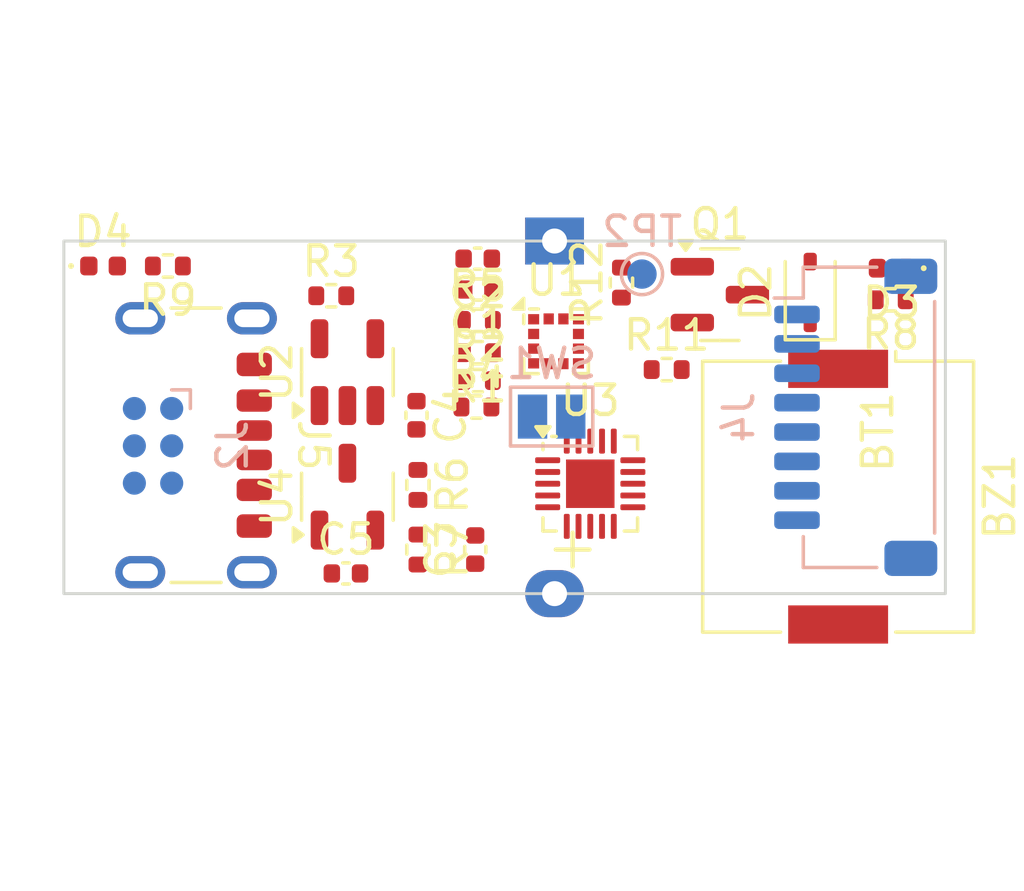
<source format=kicad_pcb>
(kicad_pcb (version 20240108) (generator "pcbnew") (generator_version "8.0")
  (layers (0 "F.Cu" signal) (31 "B.Cu" signal) (34 "B.Paste" user) (35 "F.Paste" user) (36 "B.SilkS" user "B.Silkscreen") (37 "F.SilkS" user "F.Silkscreen") (38 "B.Mask" user) (39 "F.Mask" user) (44 "Edge.Cuts" user))
  (net 0 "")
  (net 1 "VDD")
  (net 2 "GND")
  (net 3 "/BATT+")
  (net 4 "/ACC_POWER")
  (net 5 "VBUS")
  (net 6 "/SDA")
  (net 7 "/SCL")
  (net 8 "/SWDIO")
  (net 9 "/SWCLK")
  (net 10 "/BOOT0")
  (net 11 "/RESET")
  (net 12 "/LED_RED_P")
  (net 13 "/ACC_CS")
  (net 14 "/LED_GREEN_P")
  (net 15 "/LED_BLUE_P")
  (net 16 "/ACC_INT1")
  (net 17 "/ACC_INT2")
  (net 18 "/ACC_ADDR")
  (net 19 "/BLE_INT")
  (net 20 "/BUTTON_1")
  (net 24 "/BATT_VOLTAGE")
  (net 25 "/BATT_CHRG")
  (net 26 "Net-(Q1-B)")
  (net 27 "/BUZZER")
  (net 28 "/BLE_SDA")
  (net 29 "/BLE_SCL")
  (net 30 "/ACC_INT{slash}BUZZER")
  (net 31 "/BUZZER+")
  (net 32 "/BUZZER-")
  (net 33 "/BATT_PROG")
  (net 34 "Net-(D3-K)")
  (net 35 "Net-(D4-A)")
  (footprint "Diode_SMD:D_SOD-323" (layer "F.Cu") (at 125.45 95.8 90)
    (property "Reference" "D2" (at 0 -1.85 90) (layer "F.SilkS"))
    (property "Value" "1N4001")
    (fp_line (start -1.61 -0.85) (end 1.05 -0.85) (stroke (width 0.12)) (layer "F.SilkS"))
    (fp_line (start -1.61 -0.85) (end -1.61 0.85) (stroke (width 0.12)) (layer "F.SilkS"))
    (fp_line (start -1.61 0.85) (end 1.05 0.85) (stroke (width 0.12)) (layer "F.SilkS"))
    (pad "1" smd roundrect (at -1.05 0 90) (size 0.6 0.45) (layers "F.Cu" "F.Paste" "F.Mask") (net 31 "/BUZZER+"))
    (pad "2" smd roundrect (at 1.05 0 90) (size 0.6 0.45) (layers "F.Cu" "F.Paste" "F.Mask") (net 32 "/BUZZER-"))
  )
  (footprint "Buzzer_Beeper:Buzzer_Murata_PKMCS0909E" (layer "F.Cu") (at 126.4 102.75 -90)
    (property "Reference" "BZ1" (at 0 -5.5 -90) (layer "F.SilkS"))
    (property "Value" "Buzzer")
    (fp_line (start -4.61 4.61) (end -4.61 1.96) (stroke (width 0.12)) (layer "F.SilkS"))
    (fp_line (start 4.61 4.61) (end -4.61 4.61) (stroke (width 0.12)) (layer "F.SilkS"))
    (fp_line (start 4.61 1.96) (end 4.61 4.61) (stroke (width 0.12)) (layer "F.SilkS"))
    (fp_line (start -4.61 -1.96) (end -4.94 -1.96) (stroke (width 0.12)) (layer "F.SilkS"))
    (fp_line (start -4.61 -1.96) (end -4.61 -4.61) (stroke (width 0.12)) (layer "F.SilkS"))
    (fp_line (start -4.61 -4.61) (end 4.61 -4.61) (stroke (width 0.12)) (layer "F.SilkS"))
    (fp_line (start 4.61 -4.61) (end 4.61 -1.96) (stroke (width 0.12)) (layer "F.SilkS"))
    (pad "1" smd rect (at -4.35 0 270) (size 1.3 3.4) (layers "F.Cu" "F.Paste" "F.Mask") (net 31 "/BUZZER+"))
    (pad "2" smd rect (at 4.35 0 270) (size 1.3 3.4) (layers "F.Cu" "F.Paste" "F.Mask") (net 32 "/BUZZER-"))
  )
  (footprint "Capacitor_SMD:C_0402_1005Metric" (layer "F.Cu") (at 109.65 105.3625)
    (property "Reference" "C5" (at 0 -1.16 0) (layer "F.SilkS"))
    (property "Value" "1uF 10V")
    (fp_line (start -0.107836 -0.36) (end 0.107836 -0.36) (stroke (width 0.12)) (layer "F.SilkS"))
    (fp_line (start -0.107836 0.36) (end 0.107836 0.36) (stroke (width 0.12)) (layer "F.SilkS"))
    (pad "1" smd roundrect (at -0.48 0) (size 0.56 0.62) (layers "F.Cu" "F.Paste" "F.Mask") (net 2 "GND"))
    (pad "2" smd roundrect (at 0.48 0) (size 0.56 0.62) (layers "F.Cu" "F.Paste" "F.Mask") (net 1 "VDD"))
  )
  (footprint "Capacitor_SMD:C_0402_1005Metric" (layer "F.Cu") (at 114.05 104.55 90)
    (property "Reference" "C3" (at 0 -1.16 90) (layer "F.SilkS"))
    (property "Value" "1uF 10V")
    (fp_line (start -0.107836 -0.36) (end 0.107836 -0.36) (stroke (width 0.12)) (layer "F.SilkS"))
    (fp_line (start -0.107836 0.36) (end 0.107836 0.36) (stroke (width 0.12)) (layer "F.SilkS"))
    (pad "1" smd roundrect (at -0.48 0 90) (size 0.56 0.62) (layers "F.Cu" "F.Paste" "F.Mask") (net 2 "GND"))
    (pad "2" smd roundrect (at 0.48 0 90) (size 0.56 0.62) (layers "F.Cu" "F.Paste" "F.Mask") (net 1 "VDD"))
  )
  (footprint "Resistor_SMD:R_0402_1005Metric" (layer "F.Cu") (at 119.025 95.465 90)
    (property "Reference" "R12" (at 0 -1.17 90) (layer "F.SilkS"))
    (property "Value" "33R")
    (fp_line (start -0.153641 -0.38) (end 0.153641 -0.38) (stroke (width 0.12)) (layer "F.SilkS"))
    (fp_line (start -0.153641 0.38) (end 0.153641 0.38) (stroke (width 0.12)) (layer "F.SilkS"))
    (pad "1" smd roundrect (at -0.51 0 90) (size 0.54 0.64) (layers "F.Cu" "F.Paste" "F.Mask") (net 31 "/BUZZER+"))
    (pad "2" smd roundrect (at 0.51 0 90) (size 0.54 0.64) (layers "F.Cu" "F.Paste" "F.Mask") (net 1 "VDD"))
  )
  (footprint "Package_LGA:LGA-12_2x2mm_P0.5mm" (layer "F.Cu") (at 116.8 97.4625)
    (property "Reference" "U1" (at 0 -2.075 360) (layer "F.SilkS"))
    (property "Value" "LIS2DH12")
    (fp_line (start -1.1 -1.1) (end -1.1 -1.1) (stroke (width 0.12)) (layer "F.SilkS"))
    (fp_line (start -1.1 -0.6) (end -1.1 -0.9) (stroke (width 0.12)) (layer "F.SilkS"))
    (fp_line (start -1.1 0.6) (end -1.1 0.6) (stroke (width 0.12)) (layer "F.SilkS"))
    (fp_line (start -1.1 1.1) (end -1.1 0.6) (stroke (width 0.12)) (layer "F.SilkS"))
    (fp_line (start -0.6 -1.1) (end -0.9 -1.1) (stroke (width 0.12)) (layer "F.SilkS"))
    (fp_line (start -0.6 1.1) (end -1.1 1.1) (stroke (width 0.12)) (layer "F.SilkS"))
    (fp_line (start 0.6 -1.1) (end 1.1 -1.1) (stroke (width 0.12)) (layer "F.SilkS"))
    (fp_line (start 0.6 1.1) (end 0.6 1.1) (stroke (width 0.12)) (layer "F.SilkS"))
    (fp_line (start 1.1 -1.1) (end 1.1 -0.6) (stroke (width 0.12)) (layer "F.SilkS"))
    (fp_line (start 1.1 -0.6) (end 1.1 -0.6) (stroke (width 0.12)) (layer "F.SilkS"))
    (fp_line (start 1.1 0.6) (end 1.1 1.1) (stroke (width 0.12)) (layer "F.SilkS"))
    (fp_line (start 1.1 1.1) (end 0.6 1.1) (stroke (width 0.12)) (layer "F.SilkS"))
    (fp_poly (pts (xy -1.1 -1.1) (xy -1.46 -1.1) (xy -1.1 -1.46) (xy -1.1 -1.1)) (stroke (width 0.12)) (fill solid) (layer "F.SilkS"))
    (pad "1" smd rect (at -0.7625 -0.75) (size 0.375 0.35) (layers "F.Cu" "F.Paste" "F.Mask") (net 7 "/SCL"))
    (pad "2" smd rect (at -0.7625 -0.25) (size 0.375 0.35) (layers "F.Cu" "F.Paste" "F.Mask") (net 13 "/ACC_CS"))
    (pad "3" smd rect (at -0.7625 0.25) (size 0.375 0.35) (layers "F.Cu" "F.Paste" "F.Mask") (net 18 "/ACC_ADDR"))
    (pad "4" smd rect (at -0.7625 0.75) (size 0.375 0.35) (layers "F.Cu" "F.Paste" "F.Mask") (net 6 "/SDA"))
    (pad "5" smd rect (at -0.25 0.7625 90) (size 0.375 0.35) (layers "F.Cu" "F.Paste" "F.Mask") (net 2 "GND"))
    (pad "6" smd rect (at 0.25 0.7625 90) (size 0.375 0.35) (layers "F.Cu" "F.Paste" "F.Mask") (net 2 "GND"))
    (pad "7" smd rect (at 0.7625 0.75) (size 0.375 0.35) (layers "F.Cu" "F.Paste" "F.Mask") (net 2 "GND"))
    (pad "8" smd rect (at 0.7625 0.25) (size 0.375 0.35) (layers "F.Cu" "F.Paste" "F.Mask") (net 2 "GND"))
    (pad "9" smd rect (at 0.7625 -0.25) (size 0.375 0.35) (layers "F.Cu" "F.Paste" "F.Mask") (net 4 "/ACC_POWER"))
    (pad "10" smd rect (at 0.7625 -0.75) (size 0.375 0.35) (layers "F.Cu" "F.Paste" "F.Mask") (net 4 "/ACC_POWER"))
    (pad "11" smd rect (at 0.25 -0.7625 90) (size 0.375 0.35) (layers "F.Cu" "F.Paste" "F.Mask") (net 17 "/ACC_INT2"))
    (pad "12" smd rect (at -0.25 -0.7625 90) (size 0.375 0.35) (layers "F.Cu" "F.Paste" "F.Mask") (net 16 "/ACC_INT1"))
  )
  (footprint "Connector_USB:USB_C_Receptacle_GCT_USB4125-xx-x_6P_TopMnt_Horizontal" (layer "F.Cu") (at 103.45 101 -90)
    (property "Reference" "J5" (at 0 -5.1 -90) (layer "F.SilkS"))
    (property "Value" "USB_C_Receptacle_PowerOnly_6P")
    (fp_line (start -4.67 -0.25) (end -4.67 -1.95) (stroke (width 0.12)) (layer "F.SilkS"))
    (fp_line (start 4.67 -0.25) (end 4.67 -1.95) (stroke (width 0.12)) (layer "F.SilkS"))
    (pad "A5" smd roundrect (at -0.5 -3.08 270) (size 0.7 1.2) (layers "F.Cu" "F.Paste" "F.Mask"))
    (pad "A9" smd roundrect (at 1.52 -3.08 90) (size 0.76 1.2) (layers "F.Cu" "F.Paste" "F.Mask") (net 5 "VBUS"))
    (pad "A12" smd roundrect (at 2.75 -3.08 90) (size 0.8 1.2) (layers "F.Cu" "F.Paste" "F.Mask") (net 2 "GND"))
    (pad "B5" smd roundrect (at 0.5 -3.08 90) (size 0.7 1.2) (layers "F.Cu" "F.Paste" "F.Mask"))
    (pad "B9" smd roundrect (at -1.52 -3.08 270) (size 0.76 1.2) (layers "F.Cu" "F.Paste" "F.Mask") (net 5 "VBUS"))
    (pad "B12" smd roundrect (at -2.75 -3.08 270) (size 0.8 1.2) (layers "F.Cu" "F.Paste" "F.Mask") (net 2 "GND"))
    (pad "S1" thru_hole oval (at -4.32 -3 270) (size 1.1 1.7) (drill oval 0.6 1.2) (layers "*.Cu" "*.Mask" "F.Paste") (net 2 "GND"))
    (pad "S1" thru_hole oval (at -4.32 0.8 270) (size 1.1 1.7) (drill oval 0.6 1.2) (layers "*.Cu" "*.Mask" "F.Paste") (net 2 "GND"))
    (pad "S1" thru_hole oval (at 4.32 -3 270) (size 1.1 1.7) (drill oval 0.6 1.2) (layers "*.Cu" "*.Mask" "F.Paste") (net 2 "GND"))
    (pad "S1" thru_hole oval (at 4.32 0.8 270) (size 1.1 1.7) (drill oval 0.6 1.2) (layers "*.Cu" "*.Mask" "F.Paste") (net 2 "GND"))
  )
  (footprint "Package_TO_SOT_SMD:TSOT-23-5" (layer "F.Cu") (at 109.7 98.5125 90)
    (property "Reference" "U2" (at 0 -2.4 90) (layer "F.SilkS"))
    (property "Value" "Li charger 4054")
    (fp_line (start 0 -1.56) (end 0.8 -1.56) (stroke (width 0.12)) (layer "F.SilkS"))
    (fp_line (start 0 -1.56) (end -0.8 -1.56) (stroke (width 0.12)) (layer "F.SilkS"))
    (fp_line (start 0 1.56) (end 0.8 1.56) (stroke (width 0.12)) (layer "F.SilkS"))
    (fp_line (start 0 1.56) (end -0.8 1.56) (stroke (width 0.12)) (layer "F.SilkS"))
    (fp_poly (pts (xy -1.3 -1.51) (xy -1.54 -1.84) (xy -1.06 -1.84) (xy -1.3 -1.51)) (stroke (width 0.12)) (fill solid) (layer "F.SilkS"))
    (pad "1" smd roundrect (at -1.1375 -0.95 90) (size 1.325 0.6) (layers "F.Cu" "F.Paste" "F.Mask") (net 25 "/BATT_CHRG"))
    (pad "2" smd roundrect (at -1.1375 0 90) (size 1.325 0.6) (layers "F.Cu" "F.Paste" "F.Mask") (net 2 "GND"))
    (pad "3" smd roundrect (at -1.1375 0.95 90) (size 1.325 0.6) (layers "F.Cu" "F.Paste" "F.Mask") (net 3 "/BATT+"))
    (pad "4" smd roundrect (at 1.1375 0.95 90) (size 1.325 0.6) (layers "F.Cu" "F.Paste" "F.Mask") (net 5 "VBUS"))
    (pad "5" smd roundrect (at 1.1375 -0.95 90) (size 1.325 0.6) (layers "F.Cu" "F.Paste" "F.Mask") (net 33 "/BATT_PROG"))
  )
  (footprint "Resistor_SMD:R_0402_1005Metric" (layer "F.Cu") (at 114.09 99.7)
    (property "Reference" "R4" (at 0 -1.17 360) (layer "F.SilkS"))
    (property "Value" "3.3k")
    (fp_line (start -0.153641 -0.38) (end 0.153641 -0.38) (stroke (width 0.12)) (layer "F.SilkS"))
    (fp_line (start -0.153641 0.38) (end 0.153641 0.38) (stroke (width 0.12)) (layer "F.SilkS"))
    (pad "1" smd roundrect (at -0.51 0) (size 0.54 0.64) (layers "F.Cu" "F.Paste" "F.Mask") (net 1 "VDD"))
    (pad "2" smd roundrect (at 0.51 0) (size 0.54 0.64) (layers "F.Cu" "F.Paste" "F.Mask") (net 6 "/SDA"))
  )
  (footprint "Capacitor_SMD:C_0402_1005Metric" (layer "F.Cu") (at 114.135 94.65 180)
    (property "Reference" "C2" (at 0 -1.16 360) (layer "F.SilkS"))
    (property "Value" "100nF 10V")
    (fp_line (start -0.107836 0.36) (end 0.107836 0.36) (stroke (width 0.12)) (layer "F.SilkS"))
    (fp_line (start -0.107836 -0.36) (end 0.107836 -0.36) (stroke (width 0.12)) (layer "F.SilkS"))
    (pad "1" smd roundrect (at -0.48 0 180) (size 0.56 0.62) (layers "F.Cu" "F.Paste" "F.Mask") (net 4 "/ACC_POWER"))
    (pad "2" smd roundrect (at 0.48 0 180) (size 0.56 0.62) (layers "F.Cu" "F.Paste" "F.Mask") (net 2 "GND"))
  )
  (footprint "Capacitor_SMD:C_0402_1005Metric" (layer "F.Cu") (at 114.155 95.7 180)
    (property "Reference" "C1" (at 0 -1.16 360) (layer "F.SilkS"))
    (property "Value" "10uF 10V")
    (fp_line (start -0.107836 0.36) (end 0.107836 0.36) (stroke (width 0.12)) (layer "F.SilkS"))
    (fp_line (start -0.107836 -0.36) (end 0.107836 -0.36) (stroke (width 0.12)) (layer "F.SilkS"))
    (pad "1" smd roundrect (at -0.48 0 180) (size 0.56 0.62) (layers "F.Cu" "F.Paste" "F.Mask") (net 4 "/ACC_POWER"))
    (pad "2" smd roundrect (at 0.48 0 180) (size 0.56 0.62) (layers "F.Cu" "F.Paste" "F.Mask") (net 2 "GND"))
  )
  (footprint "Resistor_SMD:R_0402_1005Metric" (layer "F.Cu") (at 128.19 96.05 180)
    (property "Reference" "R8" (at 0 -1.17 180) (layer "F.SilkS"))
    (property "Value" "120R")
    (fp_line (start -0.153641 0.38) (end 0.153641 0.38) (stroke (width 0.12)) (layer "F.SilkS"))
    (fp_line (start -0.153641 -0.38) (end 0.153641 -0.38) (stroke (width 0.12)) (layer "F.SilkS"))
    (pad "1" smd roundrect (at -0.51 0 180) (size 0.54 0.64) (layers "F.Cu" "F.Paste" "F.Mask") (net 34 "Net-(D3-K)"))
    (pad "2" smd roundrect (at 0.51 0 180) (size 0.54 0.64) (layers "F.Cu" "F.Paste" "F.Mask") (net 2 "GND"))
  )
  (footprint "Resistor_SMD:R_0402_1005Metric" (layer "F.Cu") (at 109.15 95.9125)
    (property "Reference" "R3" (at 0 -1.17 0) (layer "F.SilkS"))
    (property "Value" "10k")
    (fp_line (start -0.153641 -0.38) (end 0.153641 -0.38) (stroke (width 0.12)) (layer "F.SilkS"))
    (fp_line (start -0.153641 0.38) (end 0.153641 0.38) (stroke (width 0.12)) (layer "F.SilkS"))
    (pad "1" smd roundrect (at -0.51 0) (size 0.54 0.64) (layers "F.Cu" "F.Paste" "F.Mask") (net 33 "/BATT_PROG"))
    (pad "2" smd roundrect (at 0.51 0) (size 0.54 0.64) (layers "F.Cu" "F.Paste" "F.Mask") (net 2 "GND"))
  )
  (footprint "Resistor_SMD:R_0402_1005Metric" (layer "F.Cu") (at 114.14 98.8)
    (property "Reference" "R2" (at 0 -1.17 360) (layer "F.SilkS"))
    (property "Value" "10k")
    (fp_line (start -0.153641 -0.38) (end 0.153641 -0.38) (stroke (width 0.12)) (layer "F.SilkS"))
    (fp_line (start -0.153641 0.38) (end 0.153641 0.38) (stroke (width 0.12)) (layer "F.SilkS"))
    (pad "1" smd roundrect (at -0.51 0) (size 0.54 0.64) (layers "F.Cu" "F.Paste" "F.Mask") (net 2 "GND"))
    (pad "2" smd roundrect (at 0.51 0) (size 0.54 0.64) (layers "F.Cu" "F.Paste" "F.Mask") (net 18 "/ACC_ADDR"))
  )
  (footprint "LED_SMD:LED_0402_1005Metric" (layer "F.Cu") (at 128.2225 94.975 180)
    (property "Reference" "D3" (at 0 -1.17 180) (layer "F.SilkS"))
    (property "Value" "LED")
    (fp_circle (center -1.09 0) (end -1.04 0) (stroke (width 0.1)) (fill none) (layer "F.SilkS"))
    (pad "1" smd roundrect (at -0.485 0 180) (size 0.59 0.64) (layers "F.Cu" "F.Paste" "F.Mask") (net 34 "Net-(D3-K)"))
    (pad "2" smd roundrect (at 0.485 0 180) (size 0.59 0.64) (layers "F.Cu" "F.Paste" "F.Mask") (net 14 "/LED_GREEN_P"))
  )
  (footprint "Resistor_SMD:R_0402_1005Metric" (layer "F.Cu") (at 103.59 94.9 180)
    (property "Reference" "R9" (at 0 -1.17 180) (layer "F.SilkS"))
    (property "Value" "1k")
    (fp_line (start -0.153641 0.38) (end 0.153641 0.38) (stroke (width 0.12)) (layer "F.SilkS"))
    (fp_line (start -0.153641 -0.38) (end 0.153641 -0.38) (stroke (width 0.12)) (layer "F.SilkS"))
    (pad "1" smd roundrect (at -0.51 0 180) (size 0.54 0.64) (layers "F.Cu" "F.Paste" "F.Mask") (net 35 "Net-(D4-A)"))
    (pad "2" smd roundrect (at 0.51 0 180) (size 0.54 0.64) (layers "F.Cu" "F.Paste" "F.Mask") (net 5 "VBUS"))
  )
  (footprint "Resistor_SMD:R_0402_1005Metric" (layer "F.Cu") (at 114.14 96.75)
    (property "Reference" "R5" (at 0 -1.17 360) (layer "F.SilkS"))
    (property "Value" "3.3k")
    (fp_line (start -0.153641 -0.38) (end 0.153641 -0.38) (stroke (width 0.12)) (layer "F.SilkS"))
    (fp_line (start -0.153641 0.38) (end 0.153641 0.38) (stroke (width 0.12)) (layer "F.SilkS"))
    (pad "1" smd roundrect (at -0.51 0) (size 0.54 0.64) (layers "F.Cu" "F.Paste" "F.Mask") (net 1 "VDD"))
    (pad "2" smd roundrect (at 0.51 0) (size 0.54 0.64) (layers "F.Cu" "F.Paste" "F.Mask") (net 7 "/SCL"))
  )
  (footprint "Resistor_SMD:R_0402_1005Metric" (layer "F.Cu") (at 112.1 102.35 -90)
    (property "Reference" "R6" (at 0 -1.17 90) (layer "F.SilkS"))
    (property "Value" "10k")
    (fp_line (start -0.153641 0.38) (end 0.153641 0.38) (stroke (width 0.12)) (layer "F.SilkS"))
    (fp_line (start -0.153641 -0.38) (end 0.153641 -0.38) (stroke (width 0.12)) (layer "F.SilkS"))
    (pad "1" smd roundrect (at -0.51 0 270) (size 0.54 0.64) (layers "F.Cu" "F.Paste" "F.Mask") (net 3 "/BATT+"))
    (pad "2" smd roundrect (at 0.51 0 270) (size 0.54 0.64) (layers "F.Cu" "F.Paste" "F.Mask") (net 24 "/BATT_VOLTAGE"))
  )
  (footprint "Capacitor_SMD:C_0402_1005Metric" (layer "F.Cu") (at 112.05 99.98 -90)
    (property "Reference" "C4" (at 0 -1.16 -90) (layer "F.SilkS"))
    (property "Value" "10uF 10V")
    (fp_line (start -0.107836 0.36) (end 0.107836 0.36) (stroke (width 0.12)) (layer "F.SilkS"))
    (fp_line (start -0.107836 -0.36) (end 0.107836 -0.36) (stroke (width 0.12)) (layer "F.SilkS"))
    (pad "1" smd roundrect (at -0.48 0 270) (size 0.56 0.62) (layers "F.Cu" "F.Paste" "F.Mask") (net 3 "/BATT+"))
    (pad "2" smd roundrect (at 0.48 0 270) (size 0.56 0.62) (layers "F.Cu" "F.Paste" "F.Mask") (net 2 "GND"))
  )
  (footprint "Package_TO_SOT_SMD:SOT-23-3" (layer "F.Cu") (at 109.7 102.75 90)
    (property "Reference" "U4" (at 0 -2.4 90) (layer "F.SilkS"))
    (property "Value" "XC6206P332MR")
    (fp_line (start 0 -1.56) (end 0.8 -1.56) (stroke (width 0.12)) (layer "F.SilkS"))
    (fp_line (start 0 -1.56) (end -0.8 -1.56) (stroke (width 0.12)) (layer "F.SilkS"))
    (fp_line (start 0 1.56) (end 0.8 1.56) (stroke (width 0.12)) (layer "F.SilkS"))
    (fp_line (start 0 1.56) (end -0.8 1.56) (stroke (width 0.12)) (layer "F.SilkS"))
    (fp_poly (pts (xy -1.3 -1.51) (xy -1.54 -1.84) (xy -1.06 -1.84) (xy -1.3 -1.51)) (stroke (width 0.12)) (fill solid) (layer "F.SilkS"))
    (pad "1" smd roundrect (at -1.1375 -0.95 90) (size 1.325 0.6) (layers "F.Cu" "F.Paste" "F.Mask") (net 2 "GND"))
    (pad "2" smd roundrect (at -1.1375 0.95 90) (size 1.325 0.6) (layers "F.Cu" "F.Paste" "F.Mask") (net 1 "VDD"))
    (pad "3" smd roundrect (at 1.1375 0 90) (size 1.325 0.6) (layers "F.Cu" "F.Paste" "F.Mask") (net 3 "/BATT+"))
  )
  (footprint "Package_TO_SOT_SMD:SOT-23" (layer "F.Cu") (at 122.375 95.875)
    (property "Reference" "Q1" (at 0 -2.4 360) (layer "F.SilkS"))
    (property "Value" "BC547B")
    (fp_line (start 0 -1.56) (end -0.65 -1.56) (stroke (width 0.12)) (layer "F.SilkS"))
    (fp_line (start 0 -1.56) (end 0.65 -1.56) (stroke (width 0.12)) (layer "F.SilkS"))
    (fp_line (start 0 1.56) (end -0.65 1.56) (stroke (width 0.12)) (layer "F.SilkS"))
    (fp_line (start 0 1.56) (end 0.65 1.56) (stroke (width 0.12)) (layer "F.SilkS"))
    (fp_poly (pts (xy -1.1625 -1.51) (xy -1.4025 -1.84) (xy -0.9225 -1.84) (xy -1.1625 -1.51)) (stroke (width 0.12)) (fill solid) (layer "F.SilkS"))
    (pad "1" smd roundrect (at -0.9375 -0.95) (size 1.475 0.6) (layers "F.Cu" "F.Paste" "F.Mask") (net 2 "GND"))
    (pad "2" smd roundrect (at -0.9375 0.95) (size 1.475 0.6) (layers "F.Cu" "F.Paste" "F.Mask") (net 26 "Net-(Q1-B)"))
    (pad "3" smd roundrect (at 0.9375 0) (size 1.475 0.6) (layers "F.Cu" "F.Paste" "F.Mask") (net 32 "/BUZZER-"))
  )
  (footprint "dml20m:Battery_CR1220-Horizontal" (layer "F.Cu") (at 116.75 100.05 -90)
    (property "Reference" "BT1" (at 0.5 -11 90) (layer "F.SilkS"))
    (property "Value" "LIR1225")
    (fp_text user "+" (at 4.5 -0.5 90) (layer "F.SilkS") (effects (font (size 1.5 1.5))))
    (pad "1" thru_hole oval (at 6 0 270) (size 1.6 2) (drill 0.85) (layers "*.Cu" "*.Mask") (net 3 "/BATT+"))
    (pad "2" thru_hole rect (at -6 0 270) (size 1.6 2) (drill 0.85) (layers "*.Cu" "*.Mask") (net 2 "GND"))
  )
  (footprint "Resistor_SMD:R_0402_1005Metric" (layer "F.Cu") (at 114.14 97.85 180)
    (property "Reference" "R1" (at 0 -1.17 360) (layer "F.SilkS"))
    (property "Value" "10k")
    (fp_line (start -0.153641 0.38) (end 0.153641 0.38) (stroke (width 0.12)) (layer "F.SilkS"))
    (fp_line (start -0.153641 -0.38) (end 0.153641 -0.38) (stroke (width 0.12)) (layer "F.SilkS"))
    (pad "1" smd roundrect (at -0.51 0 180) (size 0.54 0.64) (layers "F.Cu" "F.Paste" "F.Mask") (net 13 "/ACC_CS"))
    (pad "2" smd roundrect (at 0.51 0 180) (size 0.54 0.64) (layers "F.Cu" "F.Paste" "F.Mask") (net 4 "/ACC_POWER"))
  )
  (footprint "Resistor_SMD:R_0402_1005Metric" (layer "F.Cu") (at 112.1 104.55 -90)
    (property "Reference" "R7" (at 0 -1.17 90) (layer "F.SilkS"))
    (property "Value" "10k")
    (fp_line (start -0.153641 0.38) (end 0.153641 0.38) (stroke (width 0.12)) (layer "F.SilkS"))
    (fp_line (start -0.153641 -0.38) (end 0.153641 -0.38) (stroke (width 0.12)) (layer "F.SilkS"))
    (pad "1" smd roundrect (at -0.51 0 270) (size 0.54 0.64) (layers "F.Cu" "F.Paste" "F.Mask") (net 24 "/BATT_VOLTAGE"))
    (pad "2" smd roundrect (at 0.51 0 270) (size 0.54 0.64) (layers "F.Cu" "F.Paste" "F.Mask") (net 2 "GND"))
  )
  (footprint "Package_DFN_QFN:QFN-20-1EP_3x3mm_P0.4mm_EP1.65x1.65mm" (layer "F.Cu") (at 117.965 102.31)
    (property "Reference" "U3" (at 0 -2.83 0) (layer "F.SilkS"))
    (property "Value" "PY32F003F18U6TR")
    (fp_line (start -1.61 -1.16) (end -1.61 -1.37) (stroke (width 0.12)) (layer "F.SilkS"))
    (fp_line (start -1.61 1.61) (end -1.61 1.16) (stroke (width 0.12)) (layer "F.SilkS"))
    (fp_line (start -1.16 -1.61) (end -1.31 -1.61) (stroke (width 0.12)) (layer "F.SilkS"))
    (fp_line (start -1.16 1.61) (end -1.61 1.61) (stroke (width 0.12)) (layer "F.SilkS"))
    (fp_line (start 1.16 -1.61) (end 1.61 -1.61) (stroke (width 0.12)) (layer "F.SilkS"))
    (fp_line (start 1.16 1.61) (end 1.61 1.61) (stroke (width 0.12)) (layer "F.SilkS"))
    (fp_line (start 1.61 -1.61) (end 1.61 -1.16) (stroke (width 0.12)) (layer "F.SilkS"))
    (fp_line (start 1.61 1.61) (end 1.61 1.16) (stroke (width 0.12)) (layer "F.SilkS"))
    (fp_poly (pts (xy -1.61 -1.61) (xy -1.85 -1.94) (xy -1.37 -1.94) (xy -1.61 -1.61)) (stroke (width 0.12)) (fill solid) (layer "F.SilkS"))
    (pad "1" smd roundrect (at -1.45 -0.8) (size 0.85 0.2) (layers "F.Cu" "F.Paste" "F.Mask") (net 20 "/BUTTON_1"))
    (pad "2" smd roundrect (at -1.45 -0.4) (size 0.85 0.2) (layers "F.Cu" "F.Paste" "F.Mask") (net 14 "/LED_GREEN_P"))
    (pad "3" smd roundrect (at -1.45 0) (size 0.85 0.2) (layers "F.Cu" "F.Paste" "F.Mask") (net 12 "/LED_RED_P"))
    (pad "4" smd roundrect (at -1.45 0.4) (size 0.85 0.2) (layers "F.Cu" "F.Paste" "F.Mask") (net 2 "GND"))
    (pad "5" smd roundrect (at -1.45 0.8) (size 0.85 0.2) (layers "F.Cu" "F.Paste" "F.Mask") (net 15 "/LED_BLUE_P"))
    (pad "6" smd roundrect (at -0.8 1.45) (size 0.2 0.85) (layers "F.Cu" "F.Paste" "F.Mask") (net 1 "VDD"))
    (pad "7" smd roundrect (at -0.4 1.45) (size 0.2 0.85) (layers "F.Cu" "F.Paste" "F.Mask") (net 8 "/SWDIO"))
    (pad "8" smd roundrect (at 0 1.45) (size 0.2 0.85) (layers "F.Cu" "F.Paste" "F.Mask") (net 9 "/SWCLK"))
    (pad "9" smd roundrect (at 0.4 1.45) (size 0.2 0.85) (layers "F.Cu" "F.Paste" "F.Mask") (net 2 "GND"))
    (pad "10" smd roundrect (at 0.8 1.45) (size 0.2 0.85) (layers "F.Cu" "F.Paste" "F.Mask") (net 29 "/BLE_SCL"))
    (pad "11" smd roundrect (at 1.45 0.8) (size 0.85 0.2) (layers "F.Cu" "F.Paste" "F.Mask") (net 28 "/BLE_SDA"))
    (pad "12" smd roundrect (at 1.45 0.4) (size 0.85 0.2) (layers "F.Cu" "F.Paste" "F.Mask") (net 10 "/BOOT0"))
    (pad "13" smd roundrect (at 1.45 0) (size 0.85 0.2) (layers "F.Cu" "F.Paste" "F.Mask") (net 19 "/BLE_INT"))
    (pad "14" smd roundrect (at 1.45 -0.4) (size 0.85 0.2) (layers "F.Cu" "F.Paste" "F.Mask") (net 30 "/ACC_INT{slash}BUZZER"))
    (pad "15" smd roundrect (at 1.45 -0.8) (size 0.85 0.2) (layers "F.Cu" "F.Paste" "F.Mask") (net 11 "/RESET"))
    (pad "16" smd roundrect (at 0.8 -1.45) (size 0.2 0.85) (layers "F.Cu" "F.Paste" "F.Mask") (net 4 "/ACC_POWER"))
    (pad "17" smd roundrect (at 0.4 -1.45) (size 0.2 0.85) (layers "F.Cu" "F.Paste" "F.Mask") (net 24 "/BATT_VOLTAGE"))
    (pad "18" smd roundrect (at 0 -1.45) (size 0.2 0.85) (layers "F.Cu" "F.Paste" "F.Mask") (net 6 "/SDA"))
    (pad "19" smd roundrect (at -0.4 -1.45) (size 0.2 0.85) (layers "F.Cu" "F.Paste" "F.Mask") (net 7 "/SCL"))
    (pad "20" smd roundrect (at -0.8 -1.45) (size 0.2 0.85) (layers "F.Cu" "F.Paste" "F.Mask") (net 25 "/BATT_CHRG"))
    (pad "21" smd rect (at 0 0) (size 1.65 1.65) (property pad_prop_heatsink) (layers "F.Cu" "F.Mask") (net 2 "GND"))
  )
  (footprint "Resistor_SMD:R_0402_1005Metric" (layer "F.Cu") (at 120.565 98.425)
    (property "Reference" "R11" (at 0 -1.17 0) (layer "F.SilkS"))
    (property "Value" "120R")
    (fp_line (start -0.153641 -0.38) (end 0.153641 -0.38) (stroke (width 0.12)) (layer "F.SilkS"))
    (fp_line (start -0.153641 0.38) (end 0.153641 0.38) (stroke (width 0.12)) (layer "F.SilkS"))
    (pad "1" smd roundrect (at -0.51 0) (size 0.54 0.64) (layers "F.Cu" "F.Paste" "F.Mask") (net 27 "/BUZZER"))
    (pad "2" smd roundrect (at 0.51 0) (size 0.54 0.64) (layers "F.Cu" "F.Paste" "F.Mask") (net 26 "Net-(Q1-B)"))
  )
  (footprint "LED_SMD:LED_0402_1005Metric" (layer "F.Cu") (at 101.385 94.9)
    (property "Reference" "D4" (at 0 -1.17 360) (layer "F.SilkS"))
    (property "Value" "LED")
    (fp_circle (center -1.09 0) (end -1.04 0) (stroke (width 0.1)) (fill none) (layer "F.SilkS"))
    (pad "1" smd roundrect (at -0.485 0) (size 0.59 0.64) (layers "F.Cu" "F.Paste" "F.Mask") (net 25 "/BATT_CHRG"))
    (pad "2" smd roundrect (at 0.485 0) (size 0.59 0.64) (layers "F.Cu" "F.Paste" "F.Mask") (net 35 "Net-(D4-A)"))
  )
  (footprint "Jumper:SolderJumper-2_P1.3mm_Open_Pad1.0x1.5mm" (layer "B.Cu") (at 116.65 100.025 180)
    (property "Reference" "SW1" (at 0 1.8 0) (layer "B.SilkS") (effects (justify mirror)))
    (property "Value" "PTS647SM50SMTR2LFS")
    (fp_line (start 1.4 1) (end -1.4 1) (stroke (width 0.12)) (layer "B.SilkS"))
    (fp_line (start 1.4 -1) (end 1.4 1) (stroke (width 0.12)) (layer "B.SilkS"))
    (fp_line (start -1.4 1) (end -1.4 -1) (stroke (width 0.12)) (layer "B.SilkS"))
    (fp_line (start -1.4 -1) (end 1.4 -1) (stroke (width 0.12)) (layer "B.SilkS"))
    (pad "1" smd rect (at -0.65 0 180) (size 1 1.5) (layers "B.Cu" "B.Mask") (net 2 "GND"))
    (pad "2" smd rect (at 0.65 0 180) (size 1 1.5) (layers "B.Cu" "B.Mask") (net 20 "/BUTTON_1"))
  )
  (footprint "Connector:Tag-Connect_TC2030-IDC-NL_2x03_P1.27mm_Vertical" (layer "B.Cu") (at 103.085 101.02 -90)
    (property "Reference" "J2" (at 0 -2.7 90) (layer "B.SilkS") (effects (justify mirror)))
    (property "Value" "Conn_ARM_SWD_TagConnect_TC2030-NL")
    (fp_line (start -1.905 -0.635) (end -1.905 -1.27) (stroke (width 0.12)) (layer "B.SilkS"))
    (fp_line (start -1.905 -1.27) (end -1.27 -1.27) (stroke (width 0.12)) (layer "B.SilkS"))
    (pad "" np_thru_hole circle (at -2.54 0 270) (size 0.9906 0.9906) (drill 0.9906) (layers "*.Cu" "*.Mask"))
    (pad "" np_thru_hole circle (at 2.54 -1.016 270) (size 0.9906 0.9906) (drill 0.9906) (layers "*.Cu" "*.Mask"))
    (pad "" np_thru_hole circle (at 2.54 1.016 270) (size 0.9906 0.9906) (drill 0.9906) (layers "*.Cu" "*.Mask"))
    (pad "1" connect circle (at -1.27 -0.635 270) (size 0.7874 0.7874) (layers "B.Cu" "B.Mask") (net 1 "VDD"))
    (pad "2" connect circle (at -1.27 0.635 270) (size 0.7874 0.7874) (layers "B.Cu" "B.Mask") (net 8 "/SWDIO"))
    (pad "3" connect circle (at 0 -0.635 270) (size 0.7874 0.7874) (layers "B.Cu" "B.Mask") (net 11 "/RESET"))
    (pad "4" connect circle (at 0 0.635 270) (size 0.7874 0.7874) (layers "B.Cu" "B.Mask") (net 9 "/SWCLK"))
    (pad "5" connect circle (at 1.27 -0.635 270) (size 0.7874 0.7874) (layers "B.Cu" "B.Mask") (net 2 "GND"))
    (pad "6" connect circle (at 1.27 0.635 270) (size 0.7874 0.7874) (layers "B.Cu" "B.Mask"))
  )
  (footprint "Connector_JST:JST_SH_SM08B-SRSS-TB_1x08-1MP_P1.00mm_Horizontal" (layer "B.Cu") (at 127 100.05 -90)
    (property "Reference" "J4" (at 0 3.98 90) (layer "B.SilkS") (effects (justify mirror)))
    (property "Value" "Header 2.54mm")
    (fp_line (start -4.06 2.775) (end -4.06 1.785) (stroke (width 0.12)) (layer "B.SilkS"))
    (fp_line (start -5.11 1.785) (end -5.11 -0.715) (stroke (width 0.12)) (layer "B.SilkS"))
    (fp_line (start -4.06 1.785) (end -5.11 1.785) (stroke (width 0.12)) (layer "B.SilkS"))
    (fp_line (start 4.06 1.785) (end 5.11 1.785) (stroke (width 0.12)) (layer "B.SilkS"))
    (fp_line (start 5.11 1.785) (end 5.11 -0.715) (stroke (width 0.12)) (layer "B.SilkS"))
    (fp_line (start 3.94 -2.685) (end -3.94 -2.685) (stroke (width 0.12)) (layer "B.SilkS"))
    (pad "1" smd roundrect (at -3.5 2 270) (size 0.6 1.55) (layers "B.Cu" "B.Paste" "B.Mask") (net 9 "/SWCLK"))
    (pad "2" smd roundrect (at -2.5 2 270) (size 0.6 1.55) (layers "B.Cu" "B.Paste" "B.Mask") (net 1 "VDD"))
    (pad "3" smd roundrect (at -1.5 2 270) (size 0.6 1.55) (layers "B.Cu" "B.Paste" "B.Mask") (net 2 "GND"))
    (pad "4" smd roundrect (at -0.5 2 270) (size 0.6 1.55) (layers "B.Cu" "B.Paste" "B.Mask") (net 6 "/SDA"))
    (pad "5" smd roundrect (at 0.5 2 270) (size 0.6 1.55) (layers "B.Cu" "B.Paste" "B.Mask") (net 7 "/SCL"))
    (pad "6" smd roundrect (at 1.5 2 270) (size 0.6 1.55) (layers "B.Cu" "B.Paste" "B.Mask") (net 8 "/SWDIO"))
    (pad "7" smd roundrect (at 2.5 2 270) (size 0.6 1.55) (layers "B.Cu" "B.Paste" "B.Mask"))
    (pad "8" smd roundrect (at 3.5 2 270) (size 0.6 1.55) (layers "B.Cu" "B.Paste" "B.Mask"))
    (pad "MP" smd roundrect (at -4.8 -1.875 270) (size 1.2 1.8) (layers "B.Cu" "B.Paste" "B.Mask") (roundrect_rratio 0.208333))
    (pad "MP" smd roundrect (at 4.8 -1.875 270) (size 1.2 1.8) (layers "B.Cu" "B.Paste" "B.Mask") (roundrect_rratio 0.208333))
  )
  (footprint "TestPoint:TestPoint_Pad_D1.0mm" (layer "B.Cu") (at 119.725 95.175 180)
    (property "Reference" "TP2" (at 0 1.448 0) (layer "B.SilkS") (effects (justify mirror)))
    (property "Value" "TP_PCB")
    (fp_circle (center 0 0) (end 0 -0.7) (stroke (width 0.12)) (fill none) (layer "B.SilkS"))
    (pad "1" smd circle (at 0 0 180) (size 1 1) (layers "B.Cu" "B.Mask") (net 17 "/ACC_INT2"))
  )
  (gr_rect (start 100.05 94.05) (end 130.05 106.05) (stroke (width 0.1)) (fill none) (layer "Edge.Cuts"))
)
</source>
